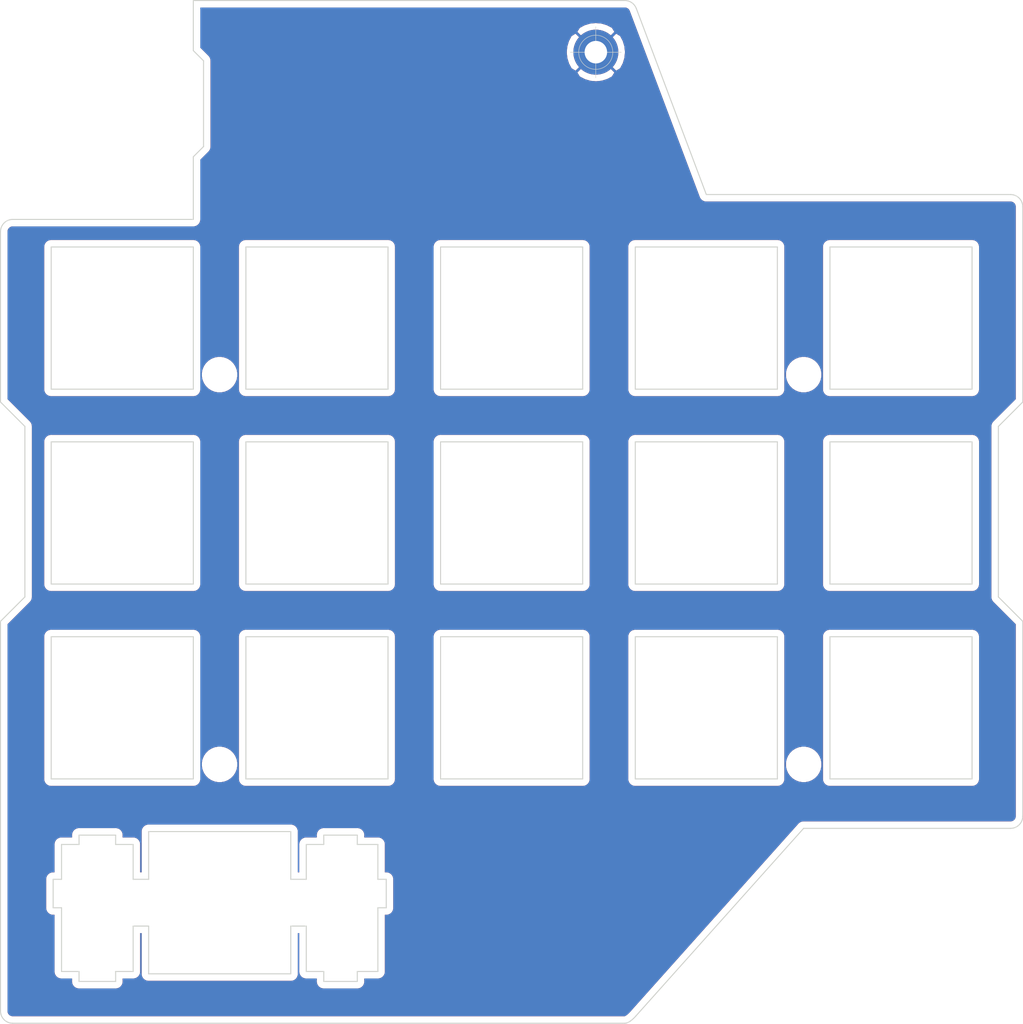
<source format=kicad_pcb>
(kicad_pcb (version 20221018) (generator pcbnew)
  (title_block (title "REVIUNG34-SPLIT-R-TOP") (date "2019-08-30") (rev "1.0"))
  (layers (0 "F.Cu" signal) (31 "B.Cu" signal) (34 "B.Paste" user) (35 "F.Paste" user) (36 "B.SilkS" user "B.Silkscreen") (37 "F.SilkS" user "F.Silkscreen") (38 "B.Mask" user) (39 "F.Mask" user) (44 "Edge.Cuts" user))
  (net 0 "")
  (net 1 "GND")
  (footprint "MountingHole:MountingHole_2.2mm_M2_Pad" (layer "F.Cu") (at 108.26 55.05)
    (fp_text reference "H1" hide)
    (fp_text value "MountingHole_Pad")
    (pad "1" thru_hole circle (at 0 0) (size 4.4 4.4) (drill 2.2) (layers "*.Cu" "*.Mask") (net 1 "GND"))
  )
  (footprint "MountingHole:MountingHole_2.2mm_M2" (layer "F.Cu") (at 71.45 86.58)
    (fp_text reference "H2" hide)
    (fp_text value "MountingHole_2.2mm_M2")
    (pad "" np_thru_hole circle (at 0 0) (size 2.2 2.2) (drill 2.2) (layers "*.Cu" "*.Mask"))
  )
  (footprint "MountingHole:MountingHole_2.2mm_M2" (layer "F.Cu") (at 71.45 124.69)
    (fp_text reference "H3" hide)
    (fp_text value "MountingHole_2.2mm_M2")
    (pad "" np_thru_hole circle (at 0 0) (size 2.2 2.2) (drill 2.2) (layers "*.Cu" "*.Mask"))
  )
  (footprint "MountingHole:MountingHole_2.2mm_M2" (layer "F.Cu") (at 128.59 124.69)
    (fp_text reference "H4" hide)
    (fp_text value "MountingHole_2.2mm_M2")
    (pad "" np_thru_hole circle (at 0 0) (size 2.2 2.2) (drill 2.2) (layers "*.Cu" "*.Mask"))
  )
  (footprint "MountingHole:MountingHole_2.2mm_M2" (layer "F.Cu") (at 128.59 86.58)
    (fp_text reference "H5" hide)
    (fp_text value "MountingHole_2.2mm_M2")
    (pad "" np_thru_hole circle (at 0 0) (size 2.2 2.2) (drill 2.2) (layers "*.Cu" "*.Mask"))
  )
  (gr_line (start 55.990088 132.519143) (end 55.990088 135.928181) (stroke (width 0.1)) (layer "Edge.Cuts"))
  (gr_curve (pts (xy 112.216696 50.782381) (xy 112.216696 50.782381) (xy 112.221325 50.785632) (xy 112.221325 50.785632)) (stroke (width 0.1)) (layer "Edge.Cuts"))
  (gr_line (start 131.162165 126.10957) (end 131.162154 112.20957) (stroke (width 0.1)) (layer "Edge.Cuts"))
  (gr_line (start 126.016614 93.155101) (end 126.016624 107.055101) (stroke (width 0.1)) (layer "Edge.Cuts"))
  (gr_line (start 126.016624 126.10956) (end 112.116624 126.10957) (stroke (width 0.1)) (layer "Edge.Cuts"))
  (gr_line (start 112.116614 74.100652) (end 126.016614 74.100642) (stroke (width 0.1)) (layer "Edge.Cuts"))
  (gr_line (start 87.925542 107.055101) (end 74.025542 107.055111) (stroke (width 0.1)) (layer "Edge.Cuts"))
  (gr_line (start 106.971073 74.100642) (end 106.971083 88.000642) (stroke (width 0.1)) (layer "Edge.Cuts"))
  (gr_curve (pts (xy 112.221325 50.785632) (xy 112.221325 50.785632) (xy 119.066622 68.971086) (xy 119.066622 68.971086)) (stroke (width 0.1)) (layer "Edge.Cuts"))
  (gr_line (start 131.162154 93.155111) (end 145.062154 93.155101) (stroke (width 0.1)) (layer "Edge.Cuts"))
  (gr_curve (pts (xy 69.880897 64.279846) (xy 69.880897 64.279846) (xy 69.880886 55.895839) (xy 69.880886 55.895839)) (stroke (width 0.1)) (layer "Edge.Cuts"))
  (gr_curve (pts (xy 69.880886 55.895839) (xy 69.880886 55.895839) (xy 68.88 54.895837) (xy 68.88 54.895837)) (stroke (width 0.1)) (layer "Edge.Cuts"))
  (gr_line (start 145.062165 107.055101) (end 131.162165 107.055111) (stroke (width 0.1)) (layer "Edge.Cuts"))
  (gr_line (start 74.025532 93.155111) (end 87.925532 93.155101) (stroke (width 0.1)) (layer "Edge.Cuts"))
  (gr_line (start 86.93686 138.710483) (end 87.756335 138.710483) (stroke (width 0.1)) (layer "Edge.Cuts"))
  (gr_line (start 54.979991 93.155111) (end 68.879991 93.155101) (stroke (width 0.1)) (layer "Edge.Cuts"))
  (gr_line (start 74.025542 88.000652) (end 74.025532 74.100652) (stroke (width 0.1)) (layer "Edge.Cuts"))
  (gr_curve (pts (xy 52.404993 91.644637) (xy 52.404993 91.644637) (xy 50.021073 89.260631) (xy 50.021073 89.260631)) (stroke (width 0.1)) (layer "Edge.Cuts"))
  (gr_line (start 62.995701 140.498469) (end 64.510516 140.498469) (stroke (width 0.1)) (layer "Edge.Cuts"))
  (gr_curve (pts (xy 68.88 65.279828) (xy 68.88 65.279828) (xy 69.880897 64.279846) (xy 69.880897 64.279846)) (stroke (width 0.1)) (layer "Edge.Cuts"))
  (gr_line (start 55.170613 138.710483) (end 55.990088 138.710483) (stroke (width 0.1)) (layer "Edge.Cuts"))
  (gr_line (start 145.062154 93.155101) (end 145.062165 107.055101) (stroke (width 0.1)) (layer "Edge.Cuts"))
  (gr_line (start 54.979991 112.20957) (end 68.879991 112.20956) (stroke (width 0.1)) (layer "Edge.Cuts"))
  (gr_line (start 145.062165 88.000642) (end 131.162165 88.000652) (stroke (width 0.1)) (layer "Edge.Cuts"))
  (gr_line (start 84.923359 145.912088) (end 84.923359 144.937637) (stroke (width 0.1)) (layer "Edge.Cuts"))
  (gr_line (start 126.016614 74.100642) (end 126.016624 88.000642) (stroke (width 0.1)) (layer "Edge.Cuts"))
  (gr_curve (pts (xy 147.637165 108.315088) (xy 147.637165 108.315088) (xy 150.021085 110.699094) (xy 150.021085 110.699094)) (stroke (width 0.1)) (layer "Edge.Cuts"))
  (gr_line (start 57.703579 131.606278) (end 57.703579 132.519143) (stroke (width 0.1)) (layer "Edge.Cuts"))
  (gr_line (start 106.971073 112.20956) (end 106.971083 126.10956) (stroke (width 0.1)) (layer "Edge.Cuts"))
  (gr_line (start 126.016624 88.000642) (end 112.116624 88.000652) (stroke (width 0.1)) (layer "Edge.Cuts"))
  (gr_line (start 78.417063 140.498469) (end 79.931908 140.498469) (stroke (width 0.1)) (layer "Edge.Cuts"))
  (gr_line (start 62.995701 135.928181) (end 62.995701 132.519143) (stroke (width 0.1)) (layer "Edge.Cuts"))
  (gr_line (start 78.417063 145.167094) (end 78.417063 140.498469) (stroke (width 0.1)) (layer "Edge.Cuts"))
  (gr_curve (pts (xy 50.021073 72.594621) (xy 50.021073 71.936307) (xy 50.554762 71.402618) (xy 51.213076 71.402618)) (stroke (width 0.1)) (layer "Edge.Cuts"))
  (gr_curve (pts (xy 68.88 71.402618) (xy 68.88 71.402618) (xy 68.88 65.279828) (xy 68.88 65.279828)) (stroke (width 0.1)) (layer "Edge.Cuts"))
  (gr_line (start 112.116614 93.155111) (end 126.016614 93.155101) (stroke (width 0.1)) (layer "Edge.Cuts"))
  (gr_line (start 79.931908 135.928181) (end 78.417063 135.928181) (stroke (width 0.1)) (layer "Edge.Cuts"))
  (gr_line (start 68.880001 88.000642) (end 54.980001 88.000652) (stroke (width 0.1)) (layer "Edge.Cuts"))
  (gr_line (start 61.28221 131.606278) (end 57.703579 131.606278) (stroke (width 0.1)) (layer "Edge.Cuts"))
  (gr_line (start 87.925542 126.10956) (end 74.025542 126.10957) (stroke (width 0.1)) (layer "Edge.Cuts"))
  (gr_curve (pts (xy 50.021073 110.699094) (xy 50.021073 110.699094) (xy 52.404993 108.315088) (xy 52.404993 108.315088)) (stroke (width 0.1)) (layer "Edge.Cuts"))
  (gr_line (start 112.116624 126.10957) (end 112.116614 112.20957) (stroke (width 0.1)) (layer "Edge.Cuts"))
  (gr_line (start 93.071083 107.055111) (end 93.071073 93.155111) (stroke (width 0.1)) (layer "Edge.Cuts"))
  (gr_curve (pts (xy 148.829082 68.971086) (xy 149.487396 68.971086) (xy 150.021085 69.504753) (xy 150.021085 70.163089)) (stroke (width 0.1)) (layer "Edge.Cuts"))
  (gr_curve (pts (xy 112.20354 149.25839) (xy 112.20354 149.25839) (xy 111.597956 150.000012) (xy 111.099645 150.000012)) (stroke (width 0.1)) (layer "Edge.Cuts"))
  (gr_curve (pts (xy 51.21299 150.000012) (xy 50.554654 150.000012) (xy 50.020987 149.469747) (xy 50.020987 148.811432)) (stroke (width 0.1)) (layer "Edge.Cuts"))
  (gr_line (start 61.28221 145.912088) (end 61.28221 144.937637) (stroke (width 0.1)) (layer "Edge.Cuts"))
  (gr_curve (pts (xy 50.020987 148.811432) (xy 50.020987 148.811432) (xy 50.021073 110.699094) (xy 50.021073 110.699094)) (stroke (width 0.1)) (layer "Edge.Cuts"))
  (gr_line (start 81.645369 132.519143) (end 79.931908 132.519143) (stroke (width 0.1)) (layer "Edge.Cuts"))
  (gr_curve (pts (xy 150.021085 129.752669) (xy 150.021085 129.75297) (xy 150.021171 129.753229) (xy 150.021171 129.75353)) (stroke (width 0.1)) (layer "Edge.Cuts"))
  (gr_curve (pts (xy 150.021085 70.163089) (xy 150.021085 70.163089) (xy 150.021085 89.260631) (xy 150.021085 89.260631)) (stroke (width 0.1)) (layer "Edge.Cuts"))
  (gr_line (start 64.510516 131.259554) (end 64.510516 135.928181) (stroke (width 0.1)) (layer "Edge.Cuts"))
  (gr_line (start 68.880001 126.10956) (end 54.980001 126.10957) (stroke (width 0.1)) (layer "Edge.Cuts"))
  (gr_line (start 68.879991 112.20956) (end 68.880001 126.10956) (stroke (width 0.1)) (layer "Edge.Cuts"))
  (gr_line (start 81.645369 131.606278) (end 81.645369 132.519143) (stroke (width 0.1)) (layer "Edge.Cuts"))
  (gr_line (start 112.116624 107.055111) (end 112.116614 93.155111) (stroke (width 0.1)) (layer "Edge.Cuts"))
  (gr_line (start 126.016614 112.20956) (end 126.016624 126.10956) (stroke (width 0.1)) (layer "Edge.Cuts"))
  (gr_line (start 86.93686 144.937637) (end 86.93686 138.710483) (stroke (width 0.1)) (layer "Edge.Cuts"))
  (gr_line (start 74.025542 107.055111) (end 74.025532 93.155111) (stroke (width 0.1)) (layer "Edge.Cuts"))
  (gr_line (start 55.170613 135.928181) (end 55.170613 138.710483) (stroke (width 0.1)) (layer "Edge.Cuts"))
  (gr_line (start 112.116624 88.000652) (end 112.116614 74.100652) (stroke (width 0.1)) (layer "Edge.Cuts"))
  (gr_curve (pts (xy 150.021085 89.260631) (xy 150.021085 89.260631) (xy 147.637165 91.644637) (xy 147.637165 91.644637)) (stroke (width 0.1)) (layer "Edge.Cuts"))
  (gr_line (start 84.923359 132.519143) (end 84.923359 131.606278) (stroke (width 0.1)) (layer "Edge.Cuts"))
  (gr_line (start 87.925542 88.000642) (end 74.025542 88.000652) (stroke (width 0.1)) (layer "Edge.Cuts"))
  (gr_line (start 79.931908 132.519143) (end 79.931908 135.928181) (stroke (width 0.1)) (layer "Edge.Cuts"))
  (gr_line (start 86.93686 135.928181) (end 86.93686 132.519143) (stroke (width 0.1)) (layer "Edge.Cuts"))
  (gr_curve (pts (xy 111.101195 49.999074) (xy 111.615268 49.999074) (xy 112.049393 50.326315) (xy 112.216696 50.782381)) (stroke (width 0.1)) (layer "Edge.Cuts"))
  (gr_line (start 57.703579 132.519143) (end 55.990088 132.519143) (stroke (width 0.1)) (layer "Edge.Cuts"))
  (gr_curve (pts (xy 111.092023 50) (xy 111.095166 49.999978) (xy 111.098052 49.999074) (xy 111.101195 49.999074)) (stroke (width 0.1)) (layer "Edge.Cuts"))
  (gr_line (start 79.931908 144.937637) (end 81.645369 144.937637) (stroke (width 0.1)) (layer "Edge.Cuts"))
  (gr_curve (pts (xy 68.88 50) (xy 68.88 50) (xy 111.092023 50) (xy 111.092023 50)) (stroke (width 0.1)) (layer "Edge.Cuts"))
  (gr_line (start 126.016624 107.055101) (end 112.116624 107.055111) (stroke (width 0.1)) (layer "Edge.Cuts"))
  (gr_curve (pts (xy 119.066622 68.971086) (xy 119.066622 68.971086) (xy 148.829082 68.971086) (xy 148.829082 68.971086)) (stroke (width 0.1)) (layer "Edge.Cuts"))
  (gr_curve (pts (xy 50.021073 89.260631) (xy 50.021073 89.260631) (xy 50.021073 72.594621) (xy 50.021073 72.594621)) (stroke (width 0.1)) (layer "Edge.Cuts"))
  (gr_line (start 57.703579 145.912088) (end 61.28221 145.912088) (stroke (width 0.1)) (layer "Edge.Cuts"))
  (gr_line (start 87.756335 135.928181) (end 86.93686 135.928181) (stroke (width 0.1)) (layer "Edge.Cuts"))
  (gr_line (start 81.645369 144.937637) (end 81.645369 145.912088) (stroke (width 0.1)) (layer "Edge.Cuts"))
  (gr_line (start 93.071083 126.10957) (end 93.071073 112.20957) (stroke (width 0.1)) (layer "Edge.Cuts"))
  (gr_line (start 79.931908 140.498469) (end 79.931908 144.937637) (stroke (width 0.1)) (layer "Edge.Cuts"))
  (gr_line (start 62.995701 144.937637) (end 62.995701 140.498469) (stroke (width 0.1)) (layer "Edge.Cuts"))
  (gr_line (start 54.980001 88.000652) (end 54.979991 74.100652) (stroke (width 0.1)) (layer "Edge.Cuts"))
  (gr_line (start 106.971073 93.155101) (end 106.971083 107.055101) (stroke (width 0.1)) (layer "Edge.Cuts"))
  (gr_line (start 106.971083 88.000642) (end 93.071083 88.000652) (stroke (width 0.1)) (layer "Edge.Cuts"))
  (gr_line (start 87.756335 138.710483) (end 87.756335 135.928181) (stroke (width 0.1)) (layer "Edge.Cuts"))
  (gr_line (start 54.980001 126.10957) (end 54.979991 112.20957) (stroke (width 0.1)) (layer "Edge.Cuts"))
  (gr_line (start 62.995701 132.519143) (end 61.28221 132.519143) (stroke (width 0.1)) (layer "Edge.Cuts"))
  (gr_curve (pts (xy 147.637165 91.644637) (xy 147.637165 91.644637) (xy 147.637165 108.315088) (xy 147.637165 108.315088)) (stroke (width 0.1)) (layer "Edge.Cuts"))
  (gr_line (start 68.880001 107.055101) (end 54.980001 107.055111) (stroke (width 0.1)) (layer "Edge.Cuts"))
  (gr_curve (pts (xy 68.88 54.895837) (xy 68.88 54.895837) (xy 68.88 50) (xy 68.88 50)) (stroke (width 0.1)) (layer "Edge.Cuts"))
  (gr_line (start 84.923359 131.606278) (end 81.645369 131.606278) (stroke (width 0.1)) (layer "Edge.Cuts"))
  (gr_line (start 131.162165 88.000652) (end 131.162154 74.100652) (stroke (width 0.1)) (layer "Edge.Cuts"))
  (gr_line (start 55.990088 135.928181) (end 55.170613 135.928181) (stroke (width 0.1)) (layer "Edge.Cuts"))
  (gr_line (start 55.990088 144.937637) (end 57.703579 144.937637) (stroke (width 0.1)) (layer "Edge.Cuts"))
  (gr_line (start 93.071083 88.000652) (end 93.071073 74.100652) (stroke (width 0.1)) (layer "Edge.Cuts"))
  (gr_line (start 78.417063 135.928181) (end 78.417063 131.259554) (stroke (width 0.1)) (layer "Edge.Cuts"))
  (gr_curve (pts (xy 150.021085 110.699094) (xy 150.021085 110.699094) (xy 150.021085 129.752669) (xy 150.021085 129.752669)) (stroke (width 0.1)) (layer "Edge.Cuts"))
  (gr_line (start 61.28221 132.519143) (end 61.28221 131.606278) (stroke (width 0.1)) (layer "Edge.Cuts"))
  (gr_line (start 131.162154 74.100652) (end 145.062154 74.100642) (stroke (width 0.1)) (layer "Edge.Cuts"))
  (gr_curve (pts (xy 150.021171 129.75353) (xy 150.021171 130.411866) (xy 149.487483 130.945533) (xy 148.829168 130.945533)) (stroke (width 0.1)) (layer "Edge.Cuts"))
  (gr_line (start 81.645369 145.912088) (end 84.923359 145.912088) (stroke (width 0.1)) (layer "Edge.Cuts"))
  (gr_line (start 93.071073 112.20957) (end 106.971073 112.20956) (stroke (width 0.1)) (layer "Edge.Cuts"))
  (gr_line (start 106.971083 126.10956) (end 93.071083 126.10957) (stroke (width 0.1)) (layer "Edge.Cuts"))
  (gr_line (start 54.980001 107.055111) (end 54.979991 93.155111) (stroke (width 0.1)) (layer "Edge.Cuts"))
  (gr_line (start 131.162154 112.20957) (end 145.062154 112.20956) (stroke (width 0.1)) (layer "Edge.Cuts"))
  (gr_line (start 87.925532 112.20956) (end 87.925542 126.10956) (stroke (width 0.1)) (layer "Edge.Cuts"))
  (gr_line (start 145.062154 112.20956) (end 145.062165 126.10956) (stroke (width 0.1)) (layer "Edge.Cuts"))
  (gr_line (start 57.703579 144.937637) (end 57.703579 145.912088) (stroke (width 0.1)) (layer "Edge.Cuts"))
  (gr_line (start 61.28221 144.937637) (end 62.995701 144.937637) (stroke (width 0.1)) (layer "Edge.Cuts"))
  (gr_curve (pts (xy 111.099645 150.000012) (xy 111.099645 150.000012) (xy 51.21299 150.000012) (xy 51.21299 150.000012)) (stroke (width 0.1)) (layer "Edge.Cuts"))
  (gr_line (start 78.417063 131.259554) (end 64.510516 131.259554) (stroke (width 0.1)) (layer "Edge.Cuts"))
  (gr_line (start 74.025542 126.10957) (end 74.025532 112.20957) (stroke (width 0.1)) (layer "Edge.Cuts"))
  (gr_line (start 87.925532 74.100642) (end 87.925542 88.000642) (stroke (width 0.1)) (layer "Edge.Cuts"))
  (gr_curve (pts (xy 128.583827 130.945533) (xy 128.583827 130.945533) (xy 112.20354 149.25839) (xy 112.20354 149.25839)) (stroke (width 0.1)) (layer "Edge.Cuts"))
  (gr_line (start 131.162165 107.055111) (end 131.162154 93.155111) (stroke (width 0.1)) (layer "Edge.Cuts"))
  (gr_line (start 145.062154 74.100642) (end 145.062165 88.000642) (stroke (width 0.1)) (layer "Edge.Cuts"))
  (gr_line (start 106.971083 107.055101) (end 93.071083 107.055111) (stroke (width 0.1)) (layer "Edge.Cuts"))
  (gr_line (start 74.025532 74.100652) (end 87.925532 74.100642) (stroke (width 0.1)) (layer "Edge.Cuts"))
  (gr_line (start 145.062165 126.10956) (end 131.162165 126.10957) (stroke (width 0.1)) (layer "Edge.Cuts"))
  (gr_curve (pts (xy 148.829168 130.945533) (xy 148.829168 130.945533) (xy 128.583827 130.945533) (xy 128.583827 130.945533)) (stroke (width 0.1)) (layer "Edge.Cuts"))
  (gr_line (start 68.879991 93.155101) (end 68.880001 107.055101) (stroke (width 0.1)) (layer "Edge.Cuts"))
  (gr_line (start 64.510516 135.928181) (end 62.995701 135.928181) (stroke (width 0.1)) (layer "Edge.Cuts"))
  (gr_line (start 64.510516 140.498469) (end 64.510516 145.167094) (stroke (width 0.1)) (layer "Edge.Cuts"))
  (gr_curve (pts (xy 51.213076 71.402618) (xy 51.213076 71.402618) (xy 68.88 71.402618) (xy 68.88 71.402618)) (stroke (width 0.1)) (layer "Edge.Cuts"))
  (gr_line (start 86.93686 132.519143) (end 84.923359 132.519143) (stroke (width 0.1)) (layer "Edge.Cuts"))
  (gr_line (start 54.979991 74.100652) (end 68.879991 74.100642) (stroke (width 0.1)) (layer "Edge.Cuts"))
  (gr_line (start 64.510516 145.167094) (end 78.417063 145.167094) (stroke (width 0.1)) (layer "Edge.Cuts"))
  (gr_line (start 84.923359 144.937637) (end 86.93686 144.937637) (stroke (width 0.1)) (layer "Edge.Cuts"))
  (gr_line (start 93.071073 93.155111) (end 106.971073 93.155101) (stroke (width 0.1)) (layer "Edge.Cuts"))
  (gr_line (start 74.025532 112.20957) (end 87.925532 112.20956) (stroke (width 0.1)) (layer "Edge.Cuts"))
  (gr_line (start 87.925532 93.155101) (end 87.925542 107.055101) (stroke (width 0.1)) (layer "Edge.Cuts"))
  (gr_curve (pts (xy 52.404993 108.315088) (xy 52.404993 108.315088) (xy 52.404993 91.644637) (xy 52.404993 91.644637)) (stroke (width 0.1)) (layer "Edge.Cuts"))
  (gr_line (start 55.990088 138.710483) (end 55.990088 144.937637) (stroke (width 0.1)) (layer "Edge.Cuts"))
  (gr_line (start 112.116614 112.20957) (end 126.016614 112.20956) (stroke (width 0.1)) (layer "Edge.Cuts"))
  (gr_line (start 93.071073 74.100652) (end 106.971073 74.100642) (stroke (width 0.1)) (layer "Edge.Cuts"))
  (gr_line (start 68.879991 74.100642) (end 68.880001 88.000642) (stroke (width 0.1)) (layer "Edge.Cuts"))
  (target plus (at 108.25 55.06) (size 5) (width 0.05) (layer "Edge.Cuts"))
  (zone (net 1) (net_name "GND") (layer "F.Cu") (connect_pads (clearance 0.508)) (min_thickness 0.254) (fill yes (thermal_gap 0.508) (thermal_bridge_width 0.508))
    (polygon (pts (xy 69 50.1) (xy 111.3 50.1) (xy 111.9 50.4) (xy 112.2 51) (xy 119 69.1) (xy 148.9 69.1) (xy 149.5 69.3) (xy 149.9 69.8) (xy 149.95 70.05) (xy 149.95 89.25) (xy 147.55 91.65) (xy 147.55 108.35) (xy 149.95 110.75) (xy 149.95 129.9) (xy 149.75 130.4) (xy 149.4 130.75) (xy 148.9 130.85) (xy 128.55 130.85) (xy 112.1 149.25) (xy 111.5 149.8) (xy 111.15 149.9) (xy 51 149.9) (xy 50.6 149.75) (xy 50.25 149.4) (xy 50.1 149) (xy 50.1 110.75) (xy 52.5 108.35) (xy 52.5 91.6) (xy 50.1 89.25) (xy 50.1 72.5) (xy 50.25 72) (xy 50.6 71.65) (xy 51.1 71.5) (xy 68.95 71.5) (xy 68.95 65.3) (xy 69.95 64.3) (xy 69.95 55.85) (xy 68.95 54.85) (xy 68.95 50.1)))
  )
  (zone (net 1) (net_name "GND") (layer "B.Cu") (connect_pads (clearance 0.508)) (min_thickness 0.254) (fill yes (thermal_gap 0.508) (thermal_bridge_width 0.508))
    (polygon (pts (xy 68.95 50.1) (xy 111.3 50.1) (xy 111.9 50.4) (xy 112.2 51) (xy 119 69.1) (xy 148.9 69.1) (xy 149.5 69.3) (xy 149.9 69.8) (xy 149.95 70.05) (xy 149.95 89.25) (xy 147.55 91.65) (xy 147.55 108.35) (xy 149.95 110.75) (xy 149.95 129.9) (xy 149.75 130.4) (xy 149.4 130.75) (xy 148.9 130.85) (xy 128.55 130.85) (xy 112.05 149.3) (xy 111.5 149.8) (xy 111.15 149.9) (xy 51 149.9) (xy 50.6 149.75) (xy 50.25 149.4) (xy 50.1 149) (xy 50.1 110.75) (xy 52.5 108.35) (xy 52.5 91.6) (xy 50.1 89.25) (xy 50.1 72.5) (xy 50.25 72) (xy 50.6 71.65) (xy 51.1 71.5) (xy 68.95 71.5) (xy 68.95 65.3) (xy 69.95 64.3) (xy 69.95 55.85) (xy 68.95 54.85)))
  )
)
</source>
